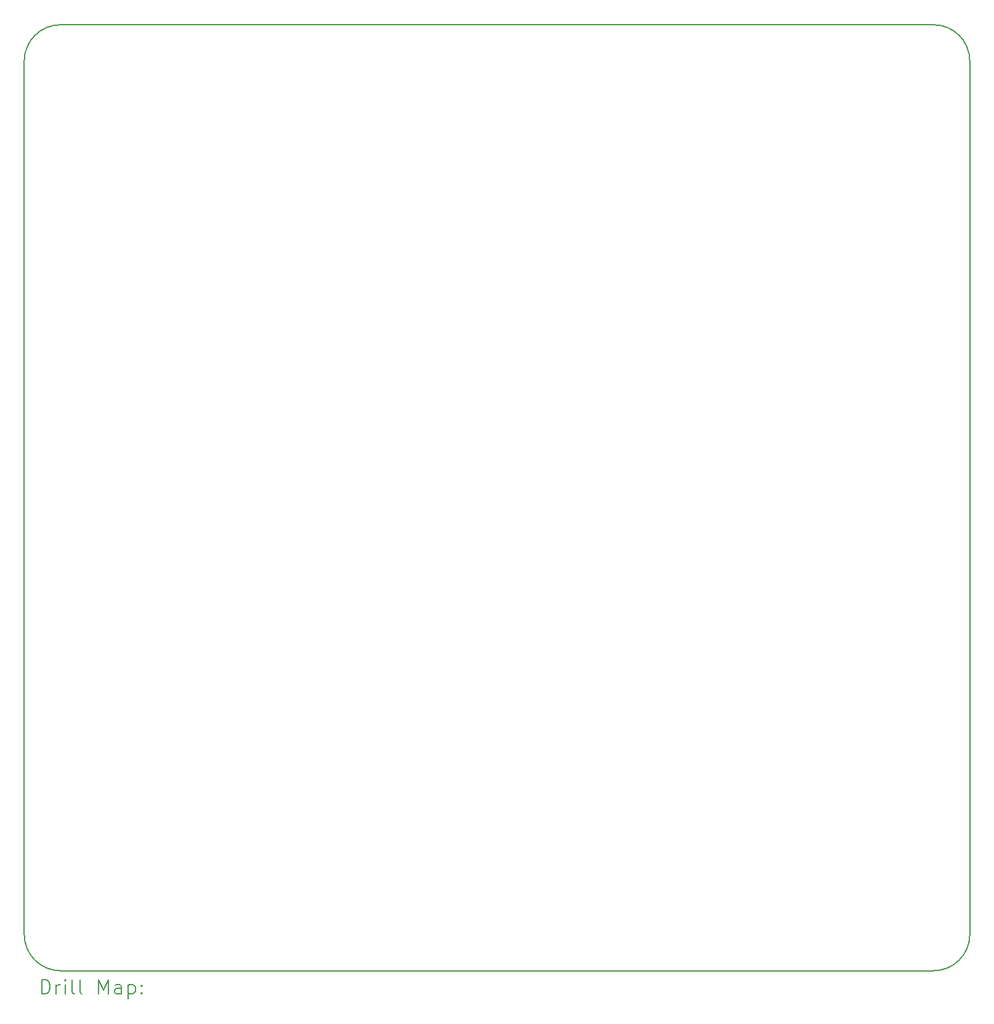
<source format=gbr>
%TF.GenerationSoftware,KiCad,Pcbnew,7.0.1-0*%
%TF.CreationDate,2023-03-21T21:14:59-05:00*%
%TF.ProjectId,actuation,61637475-6174-4696-9f6e-2e6b69636164,rev?*%
%TF.SameCoordinates,Original*%
%TF.FileFunction,Drillmap*%
%TF.FilePolarity,Positive*%
%FSLAX45Y45*%
G04 Gerber Fmt 4.5, Leading zero omitted, Abs format (unit mm)*
G04 Created by KiCad (PCBNEW 7.0.1-0) date 2023-03-21 21:14:59*
%MOMM*%
%LPD*%
G01*
G04 APERTURE LIST*
%ADD10C,0.150000*%
%ADD11C,0.200000*%
G04 APERTURE END LIST*
D10*
X7500000Y-16000000D02*
G75*
G03*
X8000000Y-16500000I500000J0D01*
G01*
X20000000Y-16500000D02*
X8000000Y-16500000D01*
X8000000Y-3500000D02*
X20000000Y-3500000D01*
X20000000Y-16500000D02*
G75*
G03*
X20500000Y-16000000I0J500000D01*
G01*
X7500000Y-16000000D02*
X7500000Y-4000000D01*
X20500000Y-4000000D02*
X20500000Y-16000000D01*
X8000000Y-3500000D02*
G75*
G03*
X7500000Y-4000000I0J-500000D01*
G01*
X20500000Y-4000000D02*
G75*
G03*
X20000000Y-3500000I-500000J0D01*
G01*
D11*
X7740119Y-16820024D02*
X7740119Y-16620024D01*
X7740119Y-16620024D02*
X7787738Y-16620024D01*
X7787738Y-16620024D02*
X7816309Y-16629548D01*
X7816309Y-16629548D02*
X7835357Y-16648595D01*
X7835357Y-16648595D02*
X7844881Y-16667643D01*
X7844881Y-16667643D02*
X7854405Y-16705738D01*
X7854405Y-16705738D02*
X7854405Y-16734309D01*
X7854405Y-16734309D02*
X7844881Y-16772405D01*
X7844881Y-16772405D02*
X7835357Y-16791452D01*
X7835357Y-16791452D02*
X7816309Y-16810500D01*
X7816309Y-16810500D02*
X7787738Y-16820024D01*
X7787738Y-16820024D02*
X7740119Y-16820024D01*
X7940119Y-16820024D02*
X7940119Y-16686690D01*
X7940119Y-16724786D02*
X7949643Y-16705738D01*
X7949643Y-16705738D02*
X7959167Y-16696214D01*
X7959167Y-16696214D02*
X7978214Y-16686690D01*
X7978214Y-16686690D02*
X7997262Y-16686690D01*
X8063928Y-16820024D02*
X8063928Y-16686690D01*
X8063928Y-16620024D02*
X8054405Y-16629548D01*
X8054405Y-16629548D02*
X8063928Y-16639071D01*
X8063928Y-16639071D02*
X8073452Y-16629548D01*
X8073452Y-16629548D02*
X8063928Y-16620024D01*
X8063928Y-16620024D02*
X8063928Y-16639071D01*
X8187738Y-16820024D02*
X8168690Y-16810500D01*
X8168690Y-16810500D02*
X8159167Y-16791452D01*
X8159167Y-16791452D02*
X8159167Y-16620024D01*
X8292500Y-16820024D02*
X8273452Y-16810500D01*
X8273452Y-16810500D02*
X8263928Y-16791452D01*
X8263928Y-16791452D02*
X8263928Y-16620024D01*
X8521071Y-16820024D02*
X8521071Y-16620024D01*
X8521071Y-16620024D02*
X8587738Y-16762881D01*
X8587738Y-16762881D02*
X8654405Y-16620024D01*
X8654405Y-16620024D02*
X8654405Y-16820024D01*
X8835357Y-16820024D02*
X8835357Y-16715262D01*
X8835357Y-16715262D02*
X8825833Y-16696214D01*
X8825833Y-16696214D02*
X8806786Y-16686690D01*
X8806786Y-16686690D02*
X8768690Y-16686690D01*
X8768690Y-16686690D02*
X8749643Y-16696214D01*
X8835357Y-16810500D02*
X8816310Y-16820024D01*
X8816310Y-16820024D02*
X8768690Y-16820024D01*
X8768690Y-16820024D02*
X8749643Y-16810500D01*
X8749643Y-16810500D02*
X8740119Y-16791452D01*
X8740119Y-16791452D02*
X8740119Y-16772405D01*
X8740119Y-16772405D02*
X8749643Y-16753357D01*
X8749643Y-16753357D02*
X8768690Y-16743833D01*
X8768690Y-16743833D02*
X8816310Y-16743833D01*
X8816310Y-16743833D02*
X8835357Y-16734309D01*
X8930595Y-16686690D02*
X8930595Y-16886690D01*
X8930595Y-16696214D02*
X8949643Y-16686690D01*
X8949643Y-16686690D02*
X8987738Y-16686690D01*
X8987738Y-16686690D02*
X9006786Y-16696214D01*
X9006786Y-16696214D02*
X9016310Y-16705738D01*
X9016310Y-16705738D02*
X9025833Y-16724786D01*
X9025833Y-16724786D02*
X9025833Y-16781929D01*
X9025833Y-16781929D02*
X9016310Y-16800976D01*
X9016310Y-16800976D02*
X9006786Y-16810500D01*
X9006786Y-16810500D02*
X8987738Y-16820024D01*
X8987738Y-16820024D02*
X8949643Y-16820024D01*
X8949643Y-16820024D02*
X8930595Y-16810500D01*
X9111548Y-16800976D02*
X9121071Y-16810500D01*
X9121071Y-16810500D02*
X9111548Y-16820024D01*
X9111548Y-16820024D02*
X9102024Y-16810500D01*
X9102024Y-16810500D02*
X9111548Y-16800976D01*
X9111548Y-16800976D02*
X9111548Y-16820024D01*
X9111548Y-16696214D02*
X9121071Y-16705738D01*
X9121071Y-16705738D02*
X9111548Y-16715262D01*
X9111548Y-16715262D02*
X9102024Y-16705738D01*
X9102024Y-16705738D02*
X9111548Y-16696214D01*
X9111548Y-16696214D02*
X9111548Y-16715262D01*
M02*

</source>
